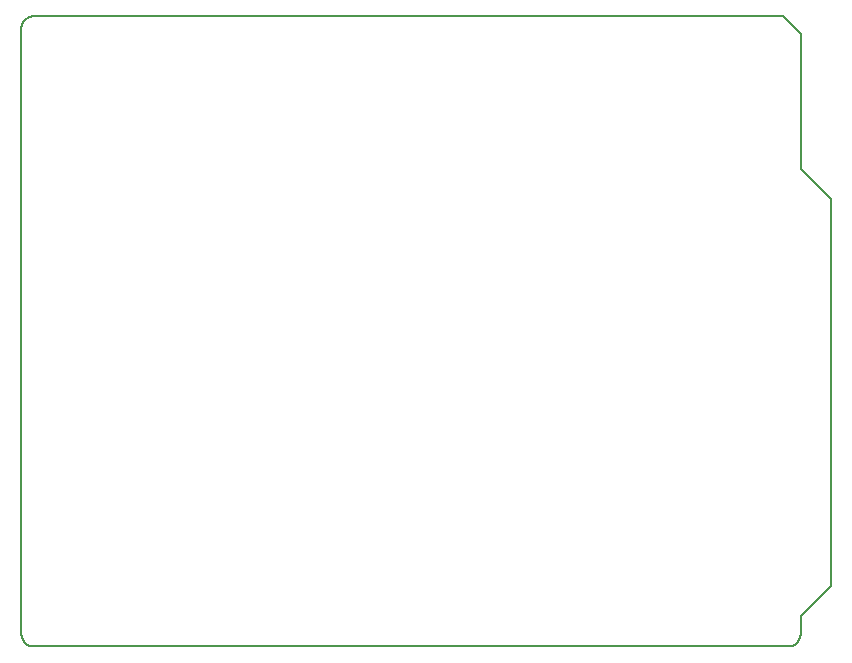
<source format=gko>
G04 #@! TF.GenerationSoftware,KiCad,Pcbnew,(5.1.6)-1*
G04 #@! TF.CreationDate,2020-08-01T00:49:33+09:00*
G04 #@! TF.ProjectId,Meno_R2,4d656e6f-5f52-4322-9e6b-696361645f70,rev?*
G04 #@! TF.SameCoordinates,PX6cf7820PY7a67730*
G04 #@! TF.FileFunction,Profile,NP*
%FSLAX46Y46*%
G04 Gerber Fmt 4.6, Leading zero omitted, Abs format (unit mm)*
G04 Created by KiCad (PCBNEW (5.1.6)-1) date 2020-08-01 00:49:33*
%MOMM*%
%LPD*%
G01*
G04 APERTURE LIST*
G04 #@! TA.AperFunction,Profile*
%ADD10C,0.200000*%
G04 #@! TD*
G04 APERTURE END LIST*
D10*
X511516Y53146602D02*
X744267Y53252398D01*
X46014Y735288D02*
X3696Y989199D01*
X511516Y121672D02*
X299924Y290945D01*
X46014Y52554145D02*
X130651Y52786896D01*
X64475748Y53294717D02*
X65999210Y51771255D01*
X65999210Y51771255D02*
X65999210Y40345292D01*
X744267Y37035D02*
X511516Y121672D01*
X998177Y53294717D02*
X64475748Y53294717D01*
X65999210Y40345292D02*
X68538312Y37806190D01*
X3696Y52279076D02*
X46014Y52554145D01*
X68538312Y37806190D02*
X68538312Y5072922D01*
X65258638Y37035D02*
X65004728Y-5283D01*
X998177Y-5283D02*
X744267Y37035D01*
X744267Y53252398D02*
X998177Y53294717D01*
X130651Y502537D02*
X46014Y735288D01*
X68538312Y5072922D02*
X65999210Y2533820D01*
X65956891Y735288D02*
X65872254Y502537D01*
X65872254Y502537D02*
X65702981Y290945D01*
X65702981Y290945D02*
X65491389Y121672D01*
X65004728Y-5283D02*
X998177Y-5283D01*
X299924Y52998488D02*
X511516Y53146602D01*
X299924Y290945D02*
X130651Y502537D01*
X65491389Y121672D02*
X65258638Y37035D01*
X65999210Y2533820D02*
X65999210Y989199D01*
X65999210Y989199D02*
X65956891Y735288D01*
X3696Y989199D02*
X3696Y52279076D01*
X130651Y52786896D02*
X299924Y52998488D01*
M02*

</source>
